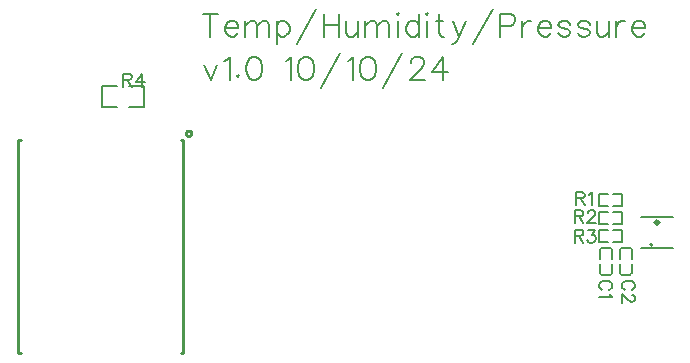
<source format=gto>
G04 Layer: TopSilkscreenLayer*
G04 EasyEDA v6.5.47, 2024-12-05 11:28:38*
G04 e01d2f149ab64b4ea65648a7afd3b608,d06a1f6f384c4cbbbfe4d72778ff38a8,10*
G04 Gerber Generator version 0.2*
G04 Scale: 100 percent, Rotated: No, Reflected: No *
G04 Dimensions in millimeters *
G04 leading zeros omitted , absolute positions ,4 integer and 5 decimal *
%FSLAX45Y45*%
%MOMM*%

%ADD10C,0.2032*%
%ADD11C,0.1524*%
%ADD12C,0.2540*%
%ADD13C,0.2000*%
%ADD14C,0.3000*%
%ADD15C,0.0122*%

%LPD*%
D10*
X2693670Y-125221D02*
G01*
X2693670Y-319023D01*
X2628900Y-125221D02*
G01*
X2758186Y-125221D01*
X2819145Y-245110D02*
G01*
X2929890Y-245110D01*
X2929890Y-226821D01*
X2920745Y-208279D01*
X2911602Y-199136D01*
X2893059Y-189737D01*
X2865374Y-189737D01*
X2846831Y-199136D01*
X2828290Y-217423D01*
X2819145Y-245110D01*
X2819145Y-263652D01*
X2828290Y-291337D01*
X2846831Y-309879D01*
X2865374Y-319023D01*
X2893059Y-319023D01*
X2911602Y-309879D01*
X2929890Y-291337D01*
X2990850Y-189737D02*
G01*
X2990850Y-319023D01*
X2990850Y-226821D02*
G01*
X3018790Y-199136D01*
X3037077Y-189737D01*
X3064763Y-189737D01*
X3083306Y-199136D01*
X3092450Y-226821D01*
X3092450Y-319023D01*
X3092450Y-226821D02*
G01*
X3120390Y-199136D01*
X3138677Y-189737D01*
X3166363Y-189737D01*
X3184906Y-199136D01*
X3194050Y-226821D01*
X3194050Y-319023D01*
X3255009Y-189737D02*
G01*
X3255009Y-383794D01*
X3255009Y-217423D02*
G01*
X3273552Y-199136D01*
X3292093Y-189737D01*
X3319779Y-189737D01*
X3338322Y-199136D01*
X3356609Y-217423D01*
X3366008Y-245110D01*
X3366008Y-263652D01*
X3356609Y-291337D01*
X3338322Y-309879D01*
X3319779Y-319023D01*
X3292093Y-319023D01*
X3273552Y-309879D01*
X3255009Y-291337D01*
X3593084Y-88137D02*
G01*
X3426968Y-383794D01*
X3654043Y-125221D02*
G01*
X3654043Y-319023D01*
X3783329Y-125221D02*
G01*
X3783329Y-319023D01*
X3654043Y-217423D02*
G01*
X3783329Y-217423D01*
X3844290Y-189737D02*
G01*
X3844290Y-282194D01*
X3853688Y-309879D01*
X3872229Y-319023D01*
X3899915Y-319023D01*
X3918204Y-309879D01*
X3945890Y-282194D01*
X3945890Y-189737D02*
G01*
X3945890Y-319023D01*
X4006850Y-189737D02*
G01*
X4006850Y-319023D01*
X4006850Y-226821D02*
G01*
X4034790Y-199136D01*
X4053077Y-189737D01*
X4080763Y-189737D01*
X4099306Y-199136D01*
X4108450Y-226821D01*
X4108450Y-319023D01*
X4108450Y-226821D02*
G01*
X4136390Y-199136D01*
X4154677Y-189737D01*
X4182363Y-189737D01*
X4200906Y-199136D01*
X4210050Y-226821D01*
X4210050Y-319023D01*
X4271009Y-125221D02*
G01*
X4280408Y-134365D01*
X4289552Y-125221D01*
X4280408Y-115823D01*
X4271009Y-125221D01*
X4280408Y-189737D02*
G01*
X4280408Y-319023D01*
X4461509Y-125221D02*
G01*
X4461509Y-319023D01*
X4461509Y-217423D02*
G01*
X4442968Y-199136D01*
X4424425Y-189737D01*
X4396740Y-189737D01*
X4378197Y-199136D01*
X4359909Y-217423D01*
X4350511Y-245110D01*
X4350511Y-263652D01*
X4359909Y-291337D01*
X4378197Y-309879D01*
X4396740Y-319023D01*
X4424425Y-319023D01*
X4442968Y-309879D01*
X4461509Y-291337D01*
X4522470Y-125221D02*
G01*
X4531613Y-134365D01*
X4540758Y-125221D01*
X4531613Y-115823D01*
X4522470Y-125221D01*
X4531613Y-189737D02*
G01*
X4531613Y-319023D01*
X4629404Y-125221D02*
G01*
X4629404Y-282194D01*
X4638802Y-309879D01*
X4657090Y-319023D01*
X4675631Y-319023D01*
X4601718Y-189737D02*
G01*
X4666488Y-189737D01*
X4745990Y-189737D02*
G01*
X4801361Y-319023D01*
X4856734Y-189737D02*
G01*
X4801361Y-319023D01*
X4782820Y-356107D01*
X4764277Y-374650D01*
X4745990Y-383794D01*
X4736591Y-383794D01*
X5083809Y-88137D02*
G01*
X4917693Y-383794D01*
X5144770Y-125221D02*
G01*
X5144770Y-319023D01*
X5144770Y-125221D02*
G01*
X5228081Y-125221D01*
X5255768Y-134365D01*
X5264911Y-143510D01*
X5274309Y-162052D01*
X5274309Y-189737D01*
X5264911Y-208279D01*
X5255768Y-217423D01*
X5228081Y-226821D01*
X5144770Y-226821D01*
X5335270Y-189737D02*
G01*
X5335270Y-319023D01*
X5335270Y-245110D02*
G01*
X5344413Y-217423D01*
X5362956Y-199136D01*
X5381243Y-189737D01*
X5408929Y-189737D01*
X5469890Y-245110D02*
G01*
X5580888Y-245110D01*
X5580888Y-226821D01*
X5571490Y-208279D01*
X5562345Y-199136D01*
X5543804Y-189737D01*
X5516118Y-189737D01*
X5497829Y-199136D01*
X5479288Y-217423D01*
X5469890Y-245110D01*
X5469890Y-263652D01*
X5479288Y-291337D01*
X5497829Y-309879D01*
X5516118Y-319023D01*
X5543804Y-319023D01*
X5562345Y-309879D01*
X5580888Y-291337D01*
X5743447Y-217423D02*
G01*
X5734050Y-199136D01*
X5706363Y-189737D01*
X5678677Y-189737D01*
X5650991Y-199136D01*
X5641847Y-217423D01*
X5650991Y-235965D01*
X5669534Y-245110D01*
X5715761Y-254507D01*
X5734050Y-263652D01*
X5743447Y-282194D01*
X5743447Y-291337D01*
X5734050Y-309879D01*
X5706363Y-319023D01*
X5678677Y-319023D01*
X5650991Y-309879D01*
X5641847Y-291337D01*
X5906008Y-217423D02*
G01*
X5896609Y-199136D01*
X5868924Y-189737D01*
X5841238Y-189737D01*
X5813552Y-199136D01*
X5804408Y-217423D01*
X5813552Y-235965D01*
X5832093Y-245110D01*
X5878322Y-254507D01*
X5896609Y-263652D01*
X5906008Y-282194D01*
X5906008Y-291337D01*
X5896609Y-309879D01*
X5868924Y-319023D01*
X5841238Y-319023D01*
X5813552Y-309879D01*
X5804408Y-291337D01*
X5966968Y-189737D02*
G01*
X5966968Y-282194D01*
X5976111Y-309879D01*
X5994654Y-319023D01*
X6022340Y-319023D01*
X6040881Y-309879D01*
X6068568Y-282194D01*
X6068568Y-189737D02*
G01*
X6068568Y-319023D01*
X6129527Y-189737D02*
G01*
X6129527Y-319023D01*
X6129527Y-245110D02*
G01*
X6138672Y-217423D01*
X6157213Y-199136D01*
X6175756Y-189737D01*
X6203441Y-189737D01*
X6264402Y-245110D02*
G01*
X6375145Y-245110D01*
X6375145Y-226821D01*
X6366002Y-208279D01*
X6356604Y-199136D01*
X6338315Y-189737D01*
X6310629Y-189737D01*
X6292088Y-199136D01*
X6273545Y-217423D01*
X6264402Y-245110D01*
X6264402Y-263652D01*
X6273545Y-291337D01*
X6292088Y-309879D01*
X6310629Y-319023D01*
X6338315Y-319023D01*
X6356604Y-309879D01*
X6375145Y-291337D01*
X2641600Y-558037D02*
G01*
X2696972Y-687323D01*
X2752343Y-558037D02*
G01*
X2696972Y-687323D01*
X2813304Y-530352D02*
G01*
X2831845Y-521207D01*
X2859531Y-493521D01*
X2859531Y-687323D01*
X2929890Y-641350D02*
G01*
X2920491Y-650494D01*
X2929890Y-659637D01*
X2939034Y-650494D01*
X2929890Y-641350D01*
X3055365Y-493521D02*
G01*
X3027679Y-502665D01*
X3009138Y-530352D01*
X2999993Y-576579D01*
X2999993Y-604265D01*
X3009138Y-650494D01*
X3027679Y-678179D01*
X3055365Y-687323D01*
X3073908Y-687323D01*
X3101593Y-678179D01*
X3120136Y-650494D01*
X3129279Y-604265D01*
X3129279Y-576579D01*
X3120136Y-530352D01*
X3101593Y-502665D01*
X3073908Y-493521D01*
X3055365Y-493521D01*
X3332479Y-530352D02*
G01*
X3351022Y-521207D01*
X3378708Y-493521D01*
X3378708Y-687323D01*
X3495040Y-493521D02*
G01*
X3467354Y-502665D01*
X3448811Y-530352D01*
X3439668Y-576579D01*
X3439668Y-604265D01*
X3448811Y-650494D01*
X3467354Y-678179D01*
X3495040Y-687323D01*
X3513581Y-687323D01*
X3541268Y-678179D01*
X3559809Y-650494D01*
X3568954Y-604265D01*
X3568954Y-576579D01*
X3559809Y-530352D01*
X3541268Y-502665D01*
X3513581Y-493521D01*
X3495040Y-493521D01*
X3796029Y-456437D02*
G01*
X3629913Y-752094D01*
X3856990Y-530352D02*
G01*
X3875531Y-521207D01*
X3903218Y-493521D01*
X3903218Y-687323D01*
X4019550Y-493521D02*
G01*
X3991863Y-502665D01*
X3973575Y-530352D01*
X3964177Y-576579D01*
X3964177Y-604265D01*
X3973575Y-650494D01*
X3991863Y-678179D01*
X4019550Y-687323D01*
X4038091Y-687323D01*
X4065777Y-678179D01*
X4084320Y-650494D01*
X4093463Y-604265D01*
X4093463Y-576579D01*
X4084320Y-530352D01*
X4065777Y-502665D01*
X4038091Y-493521D01*
X4019550Y-493521D01*
X4320793Y-456437D02*
G01*
X4154424Y-752094D01*
X4390897Y-539750D02*
G01*
X4390897Y-530352D01*
X4400295Y-511810D01*
X4409440Y-502665D01*
X4427981Y-493521D01*
X4464811Y-493521D01*
X4483354Y-502665D01*
X4492497Y-511810D01*
X4501895Y-530352D01*
X4501895Y-548894D01*
X4492497Y-567436D01*
X4474209Y-595121D01*
X4381754Y-687323D01*
X4511040Y-687323D01*
X4664456Y-493521D02*
G01*
X4572000Y-622807D01*
X4710429Y-622807D01*
X4664456Y-493521D02*
G01*
X4664456Y-687323D01*
D11*
X5791200Y-1637284D02*
G01*
X5791200Y-1746250D01*
X5791200Y-1637284D02*
G01*
X5837936Y-1637284D01*
X5853429Y-1642363D01*
X5858763Y-1647697D01*
X5863843Y-1658112D01*
X5863843Y-1668526D01*
X5858763Y-1678939D01*
X5853429Y-1684020D01*
X5837936Y-1689100D01*
X5791200Y-1689100D01*
X5827522Y-1689100D02*
G01*
X5863843Y-1746250D01*
X5898134Y-1658112D02*
G01*
X5908547Y-1652778D01*
X5924295Y-1637284D01*
X5924295Y-1746250D01*
X5778500Y-1789684D02*
G01*
X5778500Y-1898650D01*
X5778500Y-1789684D02*
G01*
X5825236Y-1789684D01*
X5840729Y-1794763D01*
X5846063Y-1800097D01*
X5851143Y-1810512D01*
X5851143Y-1820926D01*
X5846063Y-1831339D01*
X5840729Y-1836420D01*
X5825236Y-1841500D01*
X5778500Y-1841500D01*
X5814822Y-1841500D02*
G01*
X5851143Y-1898650D01*
X5890768Y-1815592D02*
G01*
X5890768Y-1810512D01*
X5895847Y-1800097D01*
X5901181Y-1794763D01*
X5911595Y-1789684D01*
X5932170Y-1789684D01*
X5942584Y-1794763D01*
X5947918Y-1800097D01*
X5952997Y-1810512D01*
X5952997Y-1820926D01*
X5947918Y-1831339D01*
X5937504Y-1846834D01*
X5885434Y-1898650D01*
X5958331Y-1898650D01*
X5778500Y-1954784D02*
G01*
X5778500Y-2063750D01*
X5778500Y-1954784D02*
G01*
X5825236Y-1954784D01*
X5840729Y-1959863D01*
X5846063Y-1965197D01*
X5851143Y-1975612D01*
X5851143Y-1986026D01*
X5846063Y-1996439D01*
X5840729Y-2001520D01*
X5825236Y-2006600D01*
X5778500Y-2006600D01*
X5814822Y-2006600D02*
G01*
X5851143Y-2063750D01*
X5895847Y-1954784D02*
G01*
X5952997Y-1954784D01*
X5922009Y-1996439D01*
X5937504Y-1996439D01*
X5947918Y-2001520D01*
X5952997Y-2006600D01*
X5958331Y-2022347D01*
X5958331Y-2032762D01*
X5952997Y-2048255D01*
X5942584Y-2058670D01*
X5927090Y-2063750D01*
X5911595Y-2063750D01*
X5895847Y-2058670D01*
X5890768Y-2053589D01*
X5885434Y-2043176D01*
X6071108Y-2465578D02*
G01*
X6081522Y-2460244D01*
X6091936Y-2449829D01*
X6097015Y-2439670D01*
X6097015Y-2418842D01*
X6091936Y-2408428D01*
X6081522Y-2398013D01*
X6071108Y-2392679D01*
X6055359Y-2387600D01*
X6029452Y-2387600D01*
X6013958Y-2392679D01*
X6003543Y-2398013D01*
X5993129Y-2408428D01*
X5988050Y-2418842D01*
X5988050Y-2439670D01*
X5993129Y-2449829D01*
X6003543Y-2460244D01*
X6013958Y-2465578D01*
X6076188Y-2499868D02*
G01*
X6081522Y-2510281D01*
X6097015Y-2525776D01*
X5988050Y-2525776D01*
X6261608Y-2465578D02*
G01*
X6272022Y-2460244D01*
X6282436Y-2449829D01*
X6287515Y-2439670D01*
X6287515Y-2418842D01*
X6282436Y-2408428D01*
X6272022Y-2398013D01*
X6261608Y-2392679D01*
X6245859Y-2387600D01*
X6219952Y-2387600D01*
X6204458Y-2392679D01*
X6194043Y-2398013D01*
X6183629Y-2408428D01*
X6178550Y-2418842D01*
X6178550Y-2439670D01*
X6183629Y-2449829D01*
X6194043Y-2460244D01*
X6204458Y-2465578D01*
X6261608Y-2504947D02*
G01*
X6266688Y-2504947D01*
X6277102Y-2510281D01*
X6282436Y-2515362D01*
X6287515Y-2525776D01*
X6287515Y-2546604D01*
X6282436Y-2557018D01*
X6277102Y-2562097D01*
X6266688Y-2567431D01*
X6256274Y-2567431D01*
X6245859Y-2562097D01*
X6230365Y-2551684D01*
X6178550Y-2499868D01*
X6178550Y-2572512D01*
X1955800Y-633984D02*
G01*
X1955800Y-742950D01*
X1955800Y-633984D02*
G01*
X2002536Y-633984D01*
X2018029Y-639063D01*
X2023363Y-644397D01*
X2028443Y-654812D01*
X2028443Y-665226D01*
X2023363Y-675639D01*
X2018029Y-680720D01*
X2002536Y-685800D01*
X1955800Y-685800D01*
X1992122Y-685800D02*
G01*
X2028443Y-742950D01*
X2114804Y-633984D02*
G01*
X2062734Y-706628D01*
X2140711Y-706628D01*
X2114804Y-633984D02*
G01*
X2114804Y-742950D01*
X6105921Y-1651939D02*
G01*
X6177724Y-1651939D01*
X6177724Y-1751660D01*
X6105921Y-1751660D01*
X6060678Y-1651939D02*
G01*
X5988875Y-1651939D01*
X5988875Y-1751660D01*
X6060678Y-1751660D01*
X6105921Y-1804339D02*
G01*
X6177724Y-1804339D01*
X6177724Y-1904060D01*
X6105921Y-1904060D01*
X6060678Y-1804339D02*
G01*
X5988875Y-1804339D01*
X5988875Y-1904060D01*
X6060678Y-1904060D01*
X6105921Y-1956739D02*
G01*
X6177724Y-1956739D01*
X6177724Y-2056460D01*
X6105921Y-2056460D01*
X6060678Y-1956739D02*
G01*
X5988875Y-1956739D01*
X5988875Y-2056460D01*
X6060678Y-2056460D01*
X5995339Y-2120869D02*
G01*
X5995339Y-2199878D01*
X6095060Y-2199878D02*
G01*
X6095060Y-2120869D01*
X6079820Y-2105629D02*
G01*
X6010579Y-2105629D01*
X5995339Y-2324130D02*
G01*
X5995339Y-2245121D01*
X6095060Y-2245121D02*
G01*
X6095060Y-2324130D01*
X6079820Y-2339370D02*
G01*
X6010579Y-2339370D01*
X6160439Y-2120869D02*
G01*
X6160439Y-2199878D01*
X6260160Y-2199878D02*
G01*
X6260160Y-2120869D01*
X6244920Y-2105629D02*
G01*
X6175679Y-2105629D01*
X6160439Y-2324130D02*
G01*
X6160439Y-2245121D01*
X6260160Y-2245121D02*
G01*
X6260160Y-2324130D01*
X6244920Y-2339370D02*
G01*
X6175679Y-2339370D01*
D12*
X1087183Y-2997202D02*
G01*
X1065296Y-2997202D01*
X2465298Y-2997202D02*
G01*
X2443413Y-2997202D01*
X1087183Y-1193802D02*
G01*
X1065296Y-1193802D01*
X2465298Y-1193802D02*
G01*
X2443413Y-1193802D01*
X1065296Y-1193723D02*
G01*
X1065296Y-2997123D01*
X2465298Y-1193802D02*
G01*
X2465298Y-2997202D01*
D11*
X6344381Y-1848581D02*
G01*
X6609618Y-1848581D01*
X6344381Y-2113818D02*
G01*
X6609618Y-2113818D01*
X2003419Y-917209D02*
G01*
X2131913Y-917209D01*
X2131913Y-733790D01*
X2003419Y-733790D01*
X1908180Y-917209D02*
G01*
X1779686Y-917209D01*
X1779686Y-733790D01*
X1908180Y-733790D01*
G75*
G01*
X6095060Y-2120870D02*
G03*
X6079820Y-2105630I-15240J0D01*
G75*
G01*
X6010580Y-2105630D02*
G03*
X5995340Y-2120870I0J-15240D01*
G75*
G01*
X6095060Y-2324130D02*
G02*
X6079820Y-2339370I-15240J0D01*
G75*
G01*
X6010580Y-2339370D02*
G02*
X5995340Y-2324130I0J15240D01*
G75*
G01*
X6260160Y-2120870D02*
G03*
X6244920Y-2105630I-15240J0D01*
G75*
G01*
X6175680Y-2105630D02*
G03*
X6160440Y-2120870I0J-15240D01*
G75*
G01*
X6260160Y-2324130D02*
G02*
X6244920Y-2339370I-15240J0D01*
G75*
G01*
X6175680Y-2339370D02*
G02*
X6160440Y-2324130I0J15240D01*
D12*
G75*
G01
X2540000Y-1143000D02*
G03X2540000Y-1143000I-25400J0D01*
D13*
G75*
G01
X6436208Y-2082800D02*
G03X6436208Y-2082800I-10008J0D01*
D14*
G75*
G01
X6492011Y-1892300D02*
G03X6492011Y-1892300I-15011J0D01*
M02*

</source>
